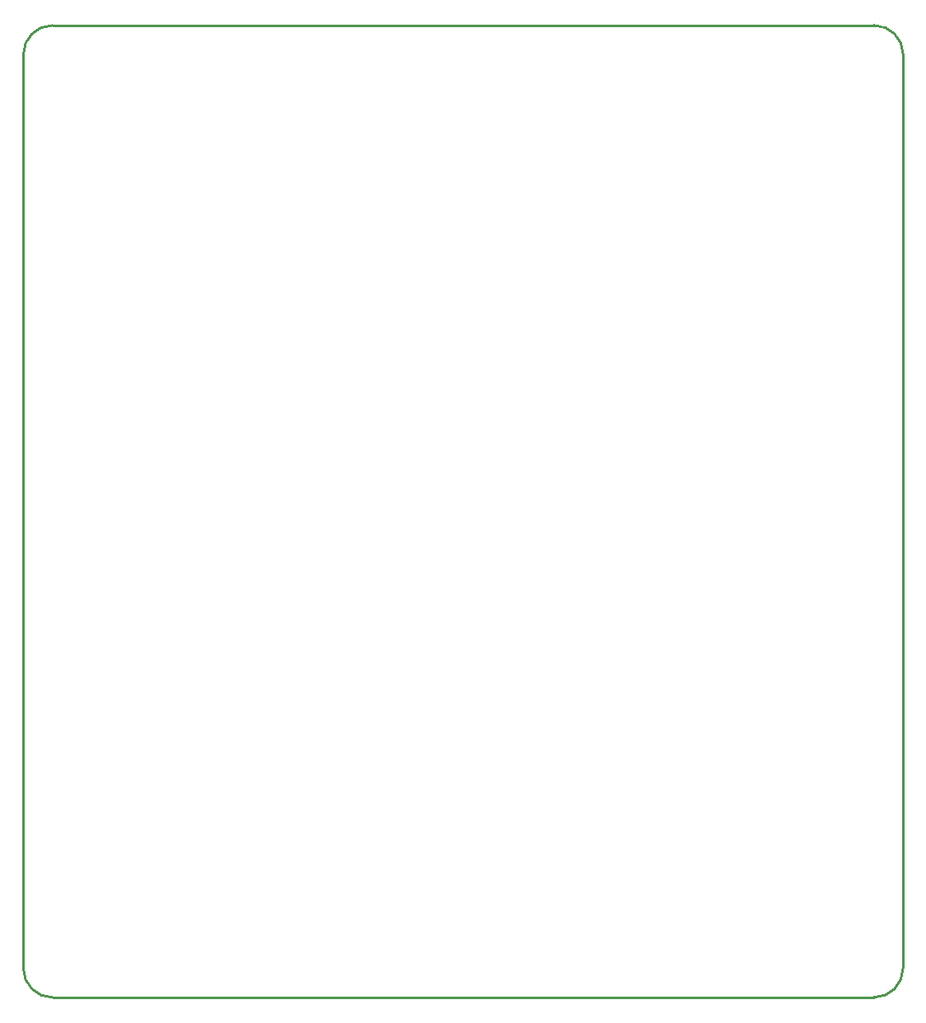
<source format=gko>
G04*
G04 #@! TF.GenerationSoftware,Altium Limited,Altium Designer,20.1.8 (145)*
G04*
G04 Layer_Color=16711935*
%FSLAX25Y25*%
%MOIN*%
G70*
G04*
G04 #@! TF.SameCoordinates,8A5546FC-2E64-4ACD-A3F0-66F597033F2E*
G04*
G04*
G04 #@! TF.FilePolarity,Positive*
G04*
G01*
G75*
%ADD70C,0.01000*%
D70*
X11811Y393701D02*
G03*
X0Y381890I0J-11811D01*
G01*
X356299D02*
G03*
X344488Y393701I-11811J0D01*
G01*
Y0D02*
G03*
X356299Y11811I0J11811D01*
G01*
X0D02*
G03*
X11811Y0I11811J0D01*
G01*
X0Y11811D02*
Y381890D01*
X11811Y393701D02*
X344488D01*
X356299Y11811D02*
Y381890D01*
X11811Y0D02*
X344488D01*
M02*

</source>
